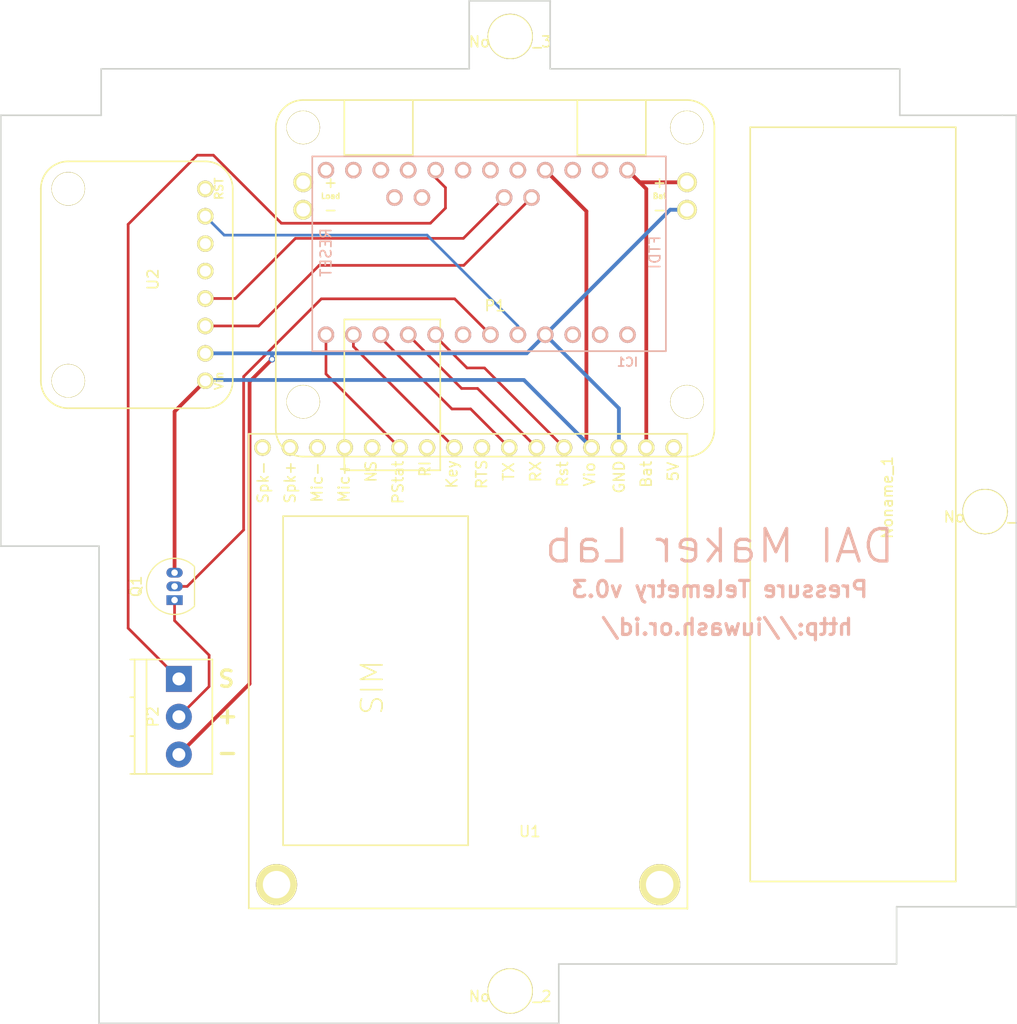
<source format=kicad_pcb>
(kicad_pcb (version 20171130) (host pcbnew "(5.1.12)-1")

  (general
    (thickness 1.6)
    (drawings 28)
    (tracks 74)
    (zones 0)
    (modules 10)
    (nets 43)
  )

  (page A4)
  (layers
    (0 F.Cu signal)
    (31 B.Cu signal)
    (32 B.Adhes user hide)
    (33 F.Adhes user hide)
    (34 B.Paste user hide)
    (35 F.Paste user hide)
    (36 B.SilkS user hide)
    (37 F.SilkS user hide)
    (38 B.Mask user hide)
    (39 F.Mask user hide)
    (40 Dwgs.User user hide)
    (41 Cmts.User user hide)
    (42 Eco1.User user hide)
    (43 Eco2.User user hide)
    (44 Edge.Cuts user)
    (45 Margin user hide)
    (46 B.CrtYd user hide)
    (47 F.CrtYd user hide)
    (48 B.Fab user hide)
    (49 F.Fab user hide)
  )

  (setup
    (last_trace_width 0.25)
    (trace_clearance 0.2)
    (zone_clearance 0.102)
    (zone_45_only no)
    (trace_min 0.2)
    (via_size 0.6)
    (via_drill 0.4)
    (via_min_size 0.4)
    (via_min_drill 0.3)
    (uvia_size 0.3)
    (uvia_drill 0.1)
    (uvias_allowed no)
    (uvia_min_size 0.2)
    (uvia_min_drill 0.1)
    (edge_width 0.15)
    (segment_width 0.2)
    (pcb_text_width 0.3)
    (pcb_text_size 1.5 1.5)
    (mod_edge_width 0.15)
    (mod_text_size 1 1)
    (mod_text_width 0.15)
    (pad_size 6.2 4.2)
    (pad_drill 6)
    (pad_to_mask_clearance 0.2)
    (aux_axis_origin 0 0)
    (visible_elements 7FFFFFFF)
    (pcbplotparams
      (layerselection 0x010f0_80000001)
      (usegerberextensions false)
      (usegerberattributes true)
      (usegerberadvancedattributes true)
      (creategerberjobfile true)
      (excludeedgelayer true)
      (linewidth 0.100000)
      (plotframeref false)
      (viasonmask false)
      (mode 1)
      (useauxorigin false)
      (hpglpennumber 1)
      (hpglpenspeed 20)
      (hpglpendiameter 15.000000)
      (psnegative false)
      (psa4output false)
      (plotreference true)
      (plotvalue true)
      (plotinvisibletext false)
      (padsonsilk false)
      (subtractmaskfromsilk false)
      (outputformat 1)
      (mirror false)
      (drillshape 0)
      (scaleselection 1)
      (outputdirectory ""))
  )

  (net 0 "")
  (net 1 "Net-(IC1-Pad28)")
  (net 2 "Net-(IC1-Pad27)")
  (net 3 "Net-(IC1-Pad1)")
  (net 4 "Net-(IC1-Pad2)")
  (net 5 "Net-(IC1-Pad3)")
  (net 6 GND)
  (net 7 "Net-(IC1-Pad5)")
  (net 8 BASE)
  (net 9 "Net-(IC1-Pad7)")
  (net 10 "Net-(IC1-Pad8)")
  (net 11 "Net-(IC1-Pad9)")
  (net 12 "Net-(IC1-Pad10)")
  (net 13 "Net-(IC1-Pad11)")
  (net 14 "Net-(IC1-Pad12)")
  (net 15 "Net-(IC1-Pad13)")
  (net 16 "Net-(IC1-Pad14)")
  (net 17 "Net-(IC1-Pad15)")
  (net 18 "Net-(IC1-Pad16)")
  (net 19 "Net-(IC1-Pad17)")
  (net 20 "Net-(IC1-Pad18)")
  (net 21 "Net-(IC1-Pad19)")
  (net 22 "Net-(IC1-Pad20)")
  (net 23 VCC)
  (net 24 "Net-(IC1-Pad22)")
  (net 25 "Net-(IC1-Pad23)")
  (net 26 RAW)
  (net 27 SDA)
  (net 28 SCL)
  (net 29 "Net-(P2-Pad2)")
  (net 30 "Net-(U1-Pad1)")
  (net 31 "Net-(U1-Pad8)")
  (net 32 "Net-(U1-Pad12)")
  (net 33 "Net-(U1-Pad13)")
  (net 34 "Net-(U1-Pad14)")
  (net 35 "Net-(U1-Pad15)")
  (net 36 "Net-(U1-Pad16)")
  (net 37 "Net-(U2-Pad8)")
  (net 38 "Net-(U2-Pad6)")
  (net 39 "Net-(U2-Pad5)")
  (net 40 "Net-(U1-Pad10)")
  (net 41 "Net-(P1-Pad2)")
  (net 42 "Net-(P1-Pad1)")

  (net_class Default "This is the default net class."
    (clearance 0.2)
    (trace_width 0.25)
    (via_dia 0.6)
    (via_drill 0.4)
    (uvia_dia 0.3)
    (uvia_drill 0.1)
    (add_net BASE)
    (add_net "Net-(IC1-Pad1)")
    (add_net "Net-(IC1-Pad10)")
    (add_net "Net-(IC1-Pad11)")
    (add_net "Net-(IC1-Pad12)")
    (add_net "Net-(IC1-Pad13)")
    (add_net "Net-(IC1-Pad14)")
    (add_net "Net-(IC1-Pad15)")
    (add_net "Net-(IC1-Pad16)")
    (add_net "Net-(IC1-Pad17)")
    (add_net "Net-(IC1-Pad18)")
    (add_net "Net-(IC1-Pad19)")
    (add_net "Net-(IC1-Pad2)")
    (add_net "Net-(IC1-Pad20)")
    (add_net "Net-(IC1-Pad22)")
    (add_net "Net-(IC1-Pad23)")
    (add_net "Net-(IC1-Pad27)")
    (add_net "Net-(IC1-Pad28)")
    (add_net "Net-(IC1-Pad3)")
    (add_net "Net-(IC1-Pad5)")
    (add_net "Net-(IC1-Pad7)")
    (add_net "Net-(IC1-Pad8)")
    (add_net "Net-(IC1-Pad9)")
    (add_net "Net-(P1-Pad1)")
    (add_net "Net-(P1-Pad2)")
    (add_net "Net-(P2-Pad2)")
    (add_net "Net-(U1-Pad1)")
    (add_net "Net-(U1-Pad10)")
    (add_net "Net-(U1-Pad12)")
    (add_net "Net-(U1-Pad13)")
    (add_net "Net-(U1-Pad14)")
    (add_net "Net-(U1-Pad15)")
    (add_net "Net-(U1-Pad16)")
    (add_net "Net-(U1-Pad8)")
    (add_net "Net-(U2-Pad5)")
    (add_net "Net-(U2-Pad6)")
    (add_net "Net-(U2-Pad8)")
    (add_net SCL)
    (add_net SDA)
  )

  (net_class POWER ""
    (clearance 0.25)
    (trace_width 0.35)
    (via_dia 0.6)
    (via_drill 0.4)
    (uvia_dia 0.3)
    (uvia_drill 0.1)
    (add_net GND)
    (add_net RAW)
    (add_net VCC)
  )

  (module DAI_Maker_Lab_footprints:Adafruit_LiPo_Solar (layer F.Cu) (tedit 59552CD8) (tstamp 595540C2)
    (at 123.3 80)
    (path /59552F28)
    (fp_text reference P1 (at 0 2.54) (layer F.SilkS)
      (effects (font (size 1 1) (thickness 0.15)))
    )
    (fp_text value LIPO_SOLAR (at 0 -1.27) (layer F.Fab)
      (effects (font (size 1 1) (thickness 0.15)))
    )
    (fp_line (start -17.78 -16.51) (end 17.78 -16.51) (layer F.SilkS) (width 0.15))
    (fp_line (start -17.78 16.51) (end 17.78 16.51) (layer F.SilkS) (width 0.15))
    (fp_line (start -7.62 -11.43) (end -7.62 -16.51) (layer F.SilkS) (width 0.15))
    (fp_line (start -13.97 -11.43) (end -7.62 -11.43) (layer F.SilkS) (width 0.15))
    (fp_line (start -13.97 -16.51) (end -13.97 -11.43) (layer F.SilkS) (width 0.15))
    (fp_line (start 7.62 -11.43) (end 7.62 -16.51) (layer F.SilkS) (width 0.15))
    (fp_line (start 13.97 -11.43) (end 7.62 -11.43) (layer F.SilkS) (width 0.15))
    (fp_line (start 13.97 -16.51) (end 13.97 -11.43) (layer F.SilkS) (width 0.15))
    (fp_line (start -5.08 3.81) (end -13.97 3.81) (layer F.SilkS) (width 0.15))
    (fp_line (start -5.08 17.78) (end -5.08 3.81) (layer F.SilkS) (width 0.15))
    (fp_line (start -13.97 17.78) (end -5.08 17.78) (layer F.SilkS) (width 0.15))
    (fp_line (start -13.97 17.78) (end -13.97 3.81) (layer F.SilkS) (width 0.15))
    (fp_line (start -20.32 13.97) (end -20.32 -13.97) (layer F.SilkS) (width 0.15))
    (fp_line (start 20.32 -13.97) (end 20.32 13.97) (layer F.SilkS) (width 0.15))
    (fp_text user - (at 15.24 -6.35) (layer F.SilkS)
      (effects (font (size 1 1) (thickness 0.15)))
    )
    (fp_text user + (at 15.24 -8.89) (layer F.SilkS)
      (effects (font (size 1 1) (thickness 0.15)))
    )
    (fp_text user Bat (at 15.24 -7.62) (layer F.SilkS)
      (effects (font (size 0.5 0.5) (thickness 0.125)))
    )
    (fp_text user + (at -15.24 -8.89) (layer F.SilkS)
      (effects (font (size 1 1) (thickness 0.15)))
    )
    (fp_text user - (at -15.24 -6.35) (layer F.SilkS)
      (effects (font (size 1 1) (thickness 0.15)))
    )
    (fp_text user Load (at -15.24 -7.62 180) (layer F.SilkS)
      (effects (font (size 0.5 0.5) (thickness 0.125)))
    )
    (fp_arc (start -17.78 13.97) (end -17.78 16.51) (angle 90) (layer F.SilkS) (width 0.15))
    (fp_arc (start 17.78 13.97) (end 20.32 13.97) (angle 90) (layer F.SilkS) (width 0.15))
    (fp_arc (start 17.78 -13.97) (end 17.78 -16.51) (angle 90) (layer F.SilkS) (width 0.15))
    (fp_arc (start -17.78 -13.97) (end -20.32 -13.97) (angle 90) (layer F.SilkS) (width 0.15))
    (pad 2 thru_hole circle (at -17.78 -6.35) (size 1.82 1.82) (drill 1.27) (layers *.Cu *.Mask F.SilkS)
      (net 41 "Net-(P1-Pad2)"))
    (pad "" thru_hole circle (at 17.78 11.43) (size 3.1 3.1) (drill 3) (layers *.Cu *.Mask F.SilkS))
    (pad "" thru_hole circle (at -17.78 11.43) (size 3.1 3.1) (drill 3) (layers *.Cu *.Mask F.SilkS))
    (pad "" thru_hole circle (at 17.78 -13.97) (size 3.1 3.1) (drill 3) (layers *.Cu *.Mask F.SilkS))
    (pad "" thru_hole circle (at -17.78 -13.97) (size 3.1 3.1) (drill 3) (layers *.Cu *.Mask F.SilkS))
    (pad 1 thru_hole circle (at -17.78 -8.89) (size 1.82 1.82) (drill 1.27) (layers *.Cu *.Mask F.SilkS)
      (net 42 "Net-(P1-Pad1)"))
    (pad 4 thru_hole circle (at 17.78 -6.35) (size 1.82 1.82) (drill 1.27) (layers *.Cu *.Mask F.SilkS)
      (net 6 GND))
    (pad 3 thru_hole circle (at 17.78 -8.89) (size 1.82 1.82) (drill 1.27) (layers *.Cu *.Mask F.SilkS)
      (net 26 RAW))
  )

  (module DAI_Maker_Lab_footprints:Adafruit_DS3231 (layer F.Cu) (tedit 58EE6B59) (tstamp 0)
    (at 90.1 80.6 90)
    (path /58C053A0)
    (fp_text reference U2 (at 0.5 1.5 90) (layer F.SilkS)
      (effects (font (size 1 1) (thickness 0.15)))
    )
    (fp_text value Adafruit_DS3231 (at 0.5 -1.5 90) (layer F.Fab)
      (effects (font (size 1 1) (thickness 0.15)))
    )
    (fp_line (start 8.89 -8.89) (end -8.89 -8.89) (layer F.SilkS) (width 0.15))
    (fp_line (start -11.43 -6.35) (end -11.43 6.35) (layer F.SilkS) (width 0.15))
    (fp_line (start -8.89 8.89) (end 8.89 8.89) (layer F.SilkS) (width 0.15))
    (fp_line (start 11.43 6.35) (end 11.43 -6.35) (layer F.SilkS) (width 0.15))
    (fp_text user RST (at 8.89 7.62 90) (layer F.SilkS)
      (effects (font (size 0.75 0.75) (thickness 0.15)))
    )
    (fp_text user Vin (at -8.89 7.62 90) (layer F.SilkS)
      (effects (font (size 0.75 0.75) (thickness 0.15)))
    )
    (fp_arc (start 8.89 6.35) (end 11.43 6.35) (angle 90) (layer F.SilkS) (width 0.15))
    (fp_arc (start -8.89 6.35) (end -8.89 8.89) (angle 90) (layer F.SilkS) (width 0.15))
    (fp_arc (start 8.89 -6.35) (end 8.89 -8.89) (angle 90) (layer F.SilkS) (width 0.15))
    (fp_arc (start -8.89 -6.35) (end -11.43 -6.35) (angle 90) (layer F.SilkS) (width 0.15))
    (pad "" thru_hole circle (at 8.89 -6.35 90) (size 3.1 3.1) (drill 3) (layers *.Cu *.Mask F.SilkS))
    (pad 8 thru_hole circle (at 8.89 6.35 90) (size 1.524 1.524) (drill 1.016) (layers *.Cu *.Mask F.SilkS)
      (net 37 "Net-(U2-Pad8)"))
    (pad 7 thru_hole circle (at 6.35 6.35 90) (size 1.524 1.524) (drill 1.016) (layers *.Cu *.Mask F.SilkS)
      (net 7 "Net-(IC1-Pad5)"))
    (pad 6 thru_hole circle (at 3.81 6.35 90) (size 1.524 1.524) (drill 1.016) (layers *.Cu *.Mask F.SilkS)
      (net 38 "Net-(U2-Pad6)"))
    (pad 5 thru_hole circle (at 1.27 6.35 90) (size 1.524 1.524) (drill 1.016) (layers *.Cu *.Mask F.SilkS)
      (net 39 "Net-(U2-Pad5)"))
    (pad 4 thru_hole circle (at -1.27 6.35 90) (size 1.524 1.524) (drill 1.016) (layers *.Cu *.Mask F.SilkS)
      (net 27 SDA))
    (pad 3 thru_hole circle (at -3.81 6.35 90) (size 1.524 1.524) (drill 1.016) (layers *.Cu *.Mask F.SilkS)
      (net 28 SCL))
    (pad 2 thru_hole circle (at -6.35 6.35 90) (size 1.524 1.524) (drill 1.016) (layers *.Cu *.Mask F.SilkS)
      (net 6 GND))
    (pad 1 thru_hole circle (at -8.89 6.35 90) (size 1.524 1.524) (drill 1.016) (layers *.Cu *.Mask F.SilkS)
      (net 23 VCC))
    (pad "" thru_hole circle (at -8.89 -6.35 90) (size 3.1 3.1) (drill 3) (layers *.Cu *.Mask F.SilkS))
  )

  (module Terminal_Blocks:TerminalBlock_Pheonix_PT-3.5mm_3pol (layer F.Cu) (tedit 58C2CFDA) (tstamp 58C09361)
    (at 94 117.1 270)
    (descr "3-way 3.5mm pitch terminal block, Phoenix PT series")
    (path /58C04F0E)
    (fp_text reference P2 (at 3.5 2.4 90) (layer F.SilkS)
      (effects (font (size 1 1) (thickness 0.15)))
    )
    (fp_text value CONN_01X03 (at 3.5 6 270) (layer F.Fab)
      (effects (font (size 1 1) (thickness 0.15)))
    )
    (fp_line (start 8.8 -3.1) (end -1.8 -3.1) (layer F.SilkS) (width 0.15))
    (fp_line (start 8.8 4.5) (end 8.8 -3.1) (layer F.SilkS) (width 0.15))
    (fp_line (start -1.8 -3.1) (end -1.8 4.5) (layer F.SilkS) (width 0.15))
    (fp_line (start -1.8 4.1) (end 8.8 4.1) (layer F.SilkS) (width 0.15))
    (fp_line (start -1.8 3) (end 8.8 3) (layer F.SilkS) (width 0.15))
    (fp_line (start 5.3 4.1) (end 5.3 4.5) (layer F.SilkS) (width 0.15))
    (fp_line (start 1.7 4.1) (end 1.7 4.5) (layer F.SilkS) (width 0.15))
    (fp_line (start 9 -3.3) (end 9 4.7) (layer F.CrtYd) (width 0.05))
    (fp_line (start 9 4.7) (end -2 4.7) (layer F.CrtYd) (width 0.05))
    (fp_line (start -2 4.7) (end -2 -3.3) (layer F.CrtYd) (width 0.05))
    (fp_line (start -2 -3.3) (end 9 -3.3) (layer F.CrtYd) (width 0.05))
    (pad 2 thru_hole circle (at 3.5 0 270) (size 2.4 2.4) (drill 1.2) (layers *.Cu *.Mask)
      (net 29 "Net-(P2-Pad2)"))
    (pad 3 thru_hole circle (at 7 0 270) (size 2.4 2.4) (drill 1.2) (layers *.Cu *.Mask)
      (net 6 GND))
    (pad 1 thru_hole rect (at 0 0 270) (size 2.4 2.4) (drill 1.2) (layers *.Cu *.Mask)
      (net 19 "Net-(IC1-Pad17)"))
    (model Terminal_Blocks.3dshapes/TerminalBlock_Pheonix_PT-3.5mm_3pol.wrl
      (at (xyz 0 0 0))
      (scale (xyz 1 1 1))
      (rotate (xyz 0 0 0))
    )
  )

  (module TO_SOT_Packages_THT:TO-92_Inline_Narrow_Oval (layer F.Cu) (tedit 58610929) (tstamp 58C09368)
    (at 93.6 109.8 90)
    (descr "TO-92 leads in-line, narrow, oval pads, drill 0.6mm (see NXP sot054_po.pdf)")
    (tags "to-92 sc-43 sc-43a sot54 PA33 transistor")
    (path /58C050A2)
    (fp_text reference Q1 (at 1.27 -3.56 90) (layer F.SilkS)
      (effects (font (size 1 1) (thickness 0.15)))
    )
    (fp_text value PN2222A (at 1.27 2.79 90) (layer F.Fab)
      (effects (font (size 1 1) (thickness 0.15)))
    )
    (fp_line (start 4 2.01) (end -1.46 2.01) (layer F.CrtYd) (width 0.05))
    (fp_line (start 4 2.01) (end 4 -2.73) (layer F.CrtYd) (width 0.05))
    (fp_line (start -1.46 -2.73) (end -1.46 2.01) (layer F.CrtYd) (width 0.05))
    (fp_line (start -1.46 -2.73) (end 4 -2.73) (layer F.CrtYd) (width 0.05))
    (fp_line (start -0.5 1.75) (end 3 1.75) (layer F.Fab) (width 0.1))
    (fp_line (start -0.53 1.85) (end 3.07 1.85) (layer F.SilkS) (width 0.12))
    (fp_text user %R (at 1.27 -3.56 90) (layer F.Fab)
      (effects (font (size 1 1) (thickness 0.15)))
    )
    (fp_arc (start 1.27 0) (end 1.27 -2.48) (angle 135) (layer F.Fab) (width 0.1))
    (fp_arc (start 1.27 0) (end 1.27 -2.6) (angle -135) (layer F.SilkS) (width 0.12))
    (fp_arc (start 1.27 0) (end 1.27 -2.48) (angle -135) (layer F.Fab) (width 0.1))
    (fp_arc (start 1.27 0) (end 1.27 -2.6) (angle 135) (layer F.SilkS) (width 0.12))
    (pad 2 thru_hole oval (at 1.27 0 270) (size 0.9 1.5) (drill 0.6) (layers *.Cu *.Mask)
      (net 8 BASE))
    (pad 3 thru_hole oval (at 2.54 0 270) (size 0.9 1.5) (drill 0.6) (layers *.Cu *.Mask)
      (net 23 VCC))
    (pad 1 thru_hole rect (at 0 0 270) (size 0.9 1.5) (drill 0.6) (layers *.Cu *.Mask)
      (net 29 "Net-(P2-Pad2)"))
    (model TO_SOT_Packages_THT.3dshapes/TO-92_Inline_Narrow_Oval.wrl
      (offset (xyz 1.269999980926514 0 0))
      (scale (xyz 1 1 1))
      (rotate (xyz 0 0 -90))
    )
  )

  (module DAI_Maker_Lab_footprints:FONA_808 (layer F.Cu) (tedit 57680CB0) (tstamp 58C09398)
    (at 120.8 117.9 180)
    (path /58C049A8)
    (fp_text reference U1 (at -5.715 -13.335 180) (layer F.SilkS)
      (effects (font (size 1 1) (thickness 0.15)))
    )
    (fp_text value FONA_808 (at -0.635 -17.78 180) (layer F.Fab)
      (effects (font (size 2 2) (thickness 0.15)))
    )
    (fp_line (start -20.32 23.495) (end -20.32 -20.4) (layer F.SilkS) (width 0.15))
    (fp_line (start 20.32 23.495) (end -20.32 23.495) (layer F.SilkS) (width 0.15))
    (fp_line (start 20.32 -20.4) (end 20.32 23.495) (layer F.SilkS) (width 0.15))
    (fp_line (start -20.32 -20.455) (end 20.32 -20.455) (layer F.SilkS) (width 0.15))
    (fp_line (start 0 -14.605) (end 17.145 -14.605) (layer F.SilkS) (width 0.15))
    (fp_line (start 0 15.875) (end 0 -14.605) (layer F.SilkS) (width 0.15))
    (fp_line (start 17.145 15.875) (end 0 15.875) (layer F.SilkS) (width 0.15))
    (fp_line (start 17.145 -14.605) (end 17.145 15.875) (layer F.SilkS) (width 0.15))
    (fp_line (start -20.32 -20.3) (end -20.32 -20.5) (layer F.SilkS) (width 0.15))
    (fp_text user SIM (at 8.89 0 270) (layer F.SilkS)
      (effects (font (size 2 2) (thickness 0.15)))
    )
    (fp_text user Spk- (at 19 19 270) (layer F.SilkS)
      (effects (font (size 1 1) (thickness 0.15)))
    )
    (fp_text user Spk+ (at 16.5 19 270) (layer F.SilkS)
      (effects (font (size 1 1) (thickness 0.15)))
    )
    (fp_text user Mic- (at 14 19 270) (layer F.SilkS)
      (effects (font (size 1 1) (thickness 0.15)))
    )
    (fp_text user Mic+ (at 11.5 19 270) (layer F.SilkS)
      (effects (font (size 1 1) (thickness 0.15)))
    )
    (fp_text user NS (at 9 20 270) (layer F.SilkS)
      (effects (font (size 1 1) (thickness 0.15)))
    )
    (fp_text user PStat (at 6.5 19 270) (layer F.SilkS)
      (effects (font (size 1 1) (thickness 0.15)))
    )
    (fp_text user RI (at 4 20.25 270) (layer F.SilkS)
      (effects (font (size 1 1) (thickness 0.15)))
    )
    (fp_text user Key (at 1.5 19.75 270) (layer F.SilkS)
      (effects (font (size 1 1) (thickness 0.15)))
    )
    (fp_text user RTS (at -1.25 19.75 270) (layer F.SilkS)
      (effects (font (size 1 1) (thickness 0.15)))
    )
    (fp_text user TX (at -3.75 20 270) (layer F.SilkS)
      (effects (font (size 1 1) (thickness 0.15)))
    )
    (fp_text user RX (at -6.25 20 270) (layer F.SilkS)
      (effects (font (size 1 1) (thickness 0.15)))
    )
    (fp_text user Rst (at -8.75 19.75 270) (layer F.SilkS)
      (effects (font (size 1 1) (thickness 0.15)))
    )
    (fp_text user Vio (at -11.25 19.75 270) (layer F.SilkS)
      (effects (font (size 1 1) (thickness 0.15)))
    )
    (fp_text user GND (at -14 19.5 270) (layer F.SilkS)
      (effects (font (size 1 1) (thickness 0.15)))
    )
    (fp_text user Bat (at -16.5 19.75 270) (layer F.SilkS)
      (effects (font (size 1 1) (thickness 0.15)))
    )
    (fp_text user 5V (at -19 20 270) (layer F.SilkS)
      (effects (font (size 1 1) (thickness 0.15)))
    )
    (pad 18 thru_hole circle (at 17.75 -18.25 180) (size 3.81 3.81) (drill 2.54) (layers *.Cu *.Mask F.SilkS))
    (pad 1 thru_hole circle (at -19.05 22.225 180) (size 1.524 1.524) (drill 1.016) (layers *.Cu *.Mask F.SilkS)
      (net 30 "Net-(U1-Pad1)"))
    (pad 2 thru_hole circle (at -16.51 22.225 180) (size 1.524 1.524) (drill 1.016) (layers *.Cu *.Mask F.SilkS)
      (net 26 RAW))
    (pad 3 thru_hole circle (at -13.97 22.225 180) (size 1.524 1.524) (drill 1.016) (layers *.Cu *.Mask F.SilkS)
      (net 6 GND))
    (pad 4 thru_hole circle (at -11.43 22.225 180) (size 1.524 1.524) (drill 1.016) (layers *.Cu *.Mask F.SilkS)
      (net 23 VCC))
    (pad 5 thru_hole circle (at -8.89 22.225 180) (size 1.524 1.524) (drill 1.016) (layers *.Cu *.Mask F.SilkS)
      (net 10 "Net-(IC1-Pad8)"))
    (pad 6 thru_hole circle (at -6.35 22.225 180) (size 1.524 1.524) (drill 1.016) (layers *.Cu *.Mask F.SilkS)
      (net 11 "Net-(IC1-Pad9)"))
    (pad 7 thru_hole circle (at -3.81 22.225 180) (size 1.524 1.524) (drill 1.016) (layers *.Cu *.Mask F.SilkS)
      (net 12 "Net-(IC1-Pad10)"))
    (pad 8 thru_hole circle (at -1.27 22.225 180) (size 1.524 1.524) (drill 1.016) (layers *.Cu *.Mask F.SilkS)
      (net 31 "Net-(U1-Pad8)"))
    (pad 9 thru_hole circle (at 1.27 22.225 180) (size 1.524 1.524) (drill 1.016) (layers *.Cu *.Mask F.SilkS)
      (net 13 "Net-(IC1-Pad11)"))
    (pad 10 thru_hole circle (at 3.81 22.225 180) (size 1.524 1.524) (drill 1.016) (layers *.Cu *.Mask F.SilkS)
      (net 40 "Net-(U1-Pad10)"))
    (pad 11 thru_hole circle (at 6.35 22.225 180) (size 1.524 1.524) (drill 1.016) (layers *.Cu *.Mask F.SilkS)
      (net 14 "Net-(IC1-Pad12)"))
    (pad 12 thru_hole circle (at 8.89 22.225 180) (size 1.524 1.524) (drill 1.016) (layers *.Cu *.Mask F.SilkS)
      (net 32 "Net-(U1-Pad12)"))
    (pad 13 thru_hole circle (at 11.43 22.225 180) (size 1.524 1.524) (drill 1.016) (layers *.Cu *.Mask F.SilkS)
      (net 33 "Net-(U1-Pad13)"))
    (pad 14 thru_hole circle (at 13.97 22.225 180) (size 1.524 1.524) (drill 1.016) (layers *.Cu *.Mask F.SilkS)
      (net 34 "Net-(U1-Pad14)"))
    (pad 15 thru_hole circle (at 16.51 22.225 180) (size 1.524 1.524) (drill 1.016) (layers *.Cu *.Mask F.SilkS)
      (net 35 "Net-(U1-Pad15)"))
    (pad 16 thru_hole circle (at 19.05 22.225 180) (size 1.524 1.524) (drill 1.016) (layers *.Cu *.Mask F.SilkS)
      (net 36 "Net-(U1-Pad16)"))
    (pad 17 thru_hole circle (at -17.75 -18.25 180) (size 3.81 3.81) (drill 2.54) (layers *.Cu *.Mask F.SilkS))
  )

  (module DAI_Maker_Lab_footprints:M4_Mounting_Hole (layer F.Cu) (tedit 58C1741F) (tstamp 58C17DF0)
    (at 168.7 101.6)
    (fp_text reference Noname_4 (at 0 0.5) (layer F.SilkS)
      (effects (font (size 1 1) (thickness 0.15)))
    )
    (fp_text value M4 (at 0 -2.8) (layer F.Fab)
      (effects (font (size 1 1) (thickness 0.15)))
    )
    (pad "" thru_hole circle (at 0 0) (size 4.2 4.2) (drill 4) (layers *.Cu *.Mask F.SilkS))
  )

  (module DAI_Maker_Lab_footprints:M4_Mounting_Hole (layer F.Cu) (tedit 58C2D1C8) (tstamp 58C17E03)
    (at 124.7 57.6)
    (fp_text reference Noname_3 (at 0 0.5) (layer F.SilkS)
      (effects (font (size 1 1) (thickness 0.15)))
    )
    (fp_text value M4 (at 0 3.1) (layer F.Fab)
      (effects (font (size 1 1) (thickness 0.15)))
    )
    (pad "" thru_hole circle (at 0 0) (size 4.2 4.2) (drill 4) (layers *.Cu *.Mask F.SilkS))
  )

  (module DAI_Maker_Lab_footprints:M4_Mounting_Hole (layer F.Cu) (tedit 58C1741F) (tstamp 58C17E0C)
    (at 124.7 146)
    (fp_text reference Noname_2 (at 0 0.5) (layer F.SilkS)
      (effects (font (size 1 1) (thickness 0.15)))
    )
    (fp_text value M4 (at 0 -2.8) (layer F.Fab)
      (effects (font (size 1 1) (thickness 0.15)))
    )
    (pad "" thru_hole circle (at 0 0) (size 4.2 4.2) (drill 4) (layers *.Cu *.Mask F.SilkS))
  )

  (module DAI_Maker_Lab_footprints:LiPo_Cylindrical (layer F.Cu) (tedit 58CACF2B) (tstamp 58C18C52)
    (at 157.1 100.3 90)
    (fp_text reference Noname_1 (at 0 2.54 90) (layer F.SilkS)
      (effects (font (size 1 1) (thickness 0.15)))
    )
    (fp_text value LiPo_Cylindrical (at 0 -2.54 90) (layer F.Fab)
      (effects (font (size 1 1) (thickness 0.15)))
    )
    (fp_line (start -35.56 8.89) (end -35.56 -10.16) (layer F.SilkS) (width 0.15))
    (fp_line (start 34.29 8.89) (end -35.56 8.89) (layer F.SilkS) (width 0.15))
    (fp_line (start 34.29 -10.16) (end 34.29 8.89) (layer F.SilkS) (width 0.15))
    (fp_line (start -35.56 -10.16) (end 34.29 -10.16) (layer F.SilkS) (width 0.15))
  )

  (module DAI_Maker_Lab_footprints:Arduino_Pro_Mini (layer B.Cu) (tedit 596642EE) (tstamp 596E744D)
    (at 121.6 77.6 180)
    (descr "IC, ARDUINO_PRO_MINI x 0,6\"")
    (tags "DIL ARDUINO PRO MINI")
    (path /58C05D7C)
    (fp_text reference IC1 (at -13.97 -10.16 180) (layer B.SilkS)
      (effects (font (size 0.8 0.8) (thickness 0.16)) (justify mirror))
    )
    (fp_text value ArduinoProMini (at 0 0 180) (layer B.Fab) hide
      (effects (font (size 0.8 0.8) (thickness 0.16)) (justify mirror))
    )
    (fp_line (start -17.526 8.89) (end 15.24 8.89) (layer B.SilkS) (width 0.15))
    (fp_line (start 15.24 -9.144) (end -17.526 -9.144) (layer B.SilkS) (width 0.15))
    (fp_line (start -17.526 8.89) (end -17.526 -9.144) (layer B.SilkS) (width 0.15))
    (fp_line (start 15.24 -9.144) (end 15.24 8.89) (layer B.SilkS) (width 0.15))
    (fp_text user RESET (at 13.97 0 90) (layer B.SilkS)
      (effects (font (size 1 1) (thickness 0.15)) (justify mirror))
    )
    (fp_text user FTDI (at -16.51 0 90) (layer B.SilkS)
      (effects (font (size 1 1) (thickness 0.15)) (justify mirror))
    )
    (pad 28 thru_hole circle (at 5.08 5.08 180) (size 1.524 1.524) (drill 1.016) (layers *.Cu *.Mask B.SilkS)
      (net 1 "Net-(IC1-Pad28)"))
    (pad 27 thru_hole circle (at 7.62 5.08 180) (size 1.524 1.524) (drill 1.016) (layers *.Cu *.Mask B.SilkS)
      (net 2 "Net-(IC1-Pad27)"))
    (pad 1 thru_hole circle (at -13.97 -7.62 180) (size 1.524 1.524) (drill 1.016) (layers *.Cu *.Mask B.SilkS)
      (net 3 "Net-(IC1-Pad1)"))
    (pad 2 thru_hole circle (at -11.43 -7.62 180) (size 1.524 1.524) (drill 1.016) (layers *.Cu *.Mask B.SilkS)
      (net 4 "Net-(IC1-Pad2)"))
    (pad 3 thru_hole circle (at -8.89 -7.62 180) (size 1.524 1.524) (drill 1.016) (layers *.Cu *.Mask B.SilkS)
      (net 5 "Net-(IC1-Pad3)"))
    (pad 4 thru_hole circle (at -6.35 -7.62 180) (size 1.524 1.524) (drill 1.016) (layers *.Cu *.Mask B.SilkS)
      (net 6 GND))
    (pad 5 thru_hole circle (at -3.81 -7.62 180) (size 1.524 1.524) (drill 1.016) (layers *.Cu *.Mask B.SilkS)
      (net 7 "Net-(IC1-Pad5)"))
    (pad 6 thru_hole circle (at -1.27 -7.62 180) (size 1.524 1.524) (drill 1.016) (layers *.Cu *.Mask B.SilkS)
      (net 8 BASE))
    (pad 7 thru_hole circle (at 1.27 -7.62 180) (size 1.524 1.524) (drill 1.016) (layers *.Cu *.Mask B.SilkS)
      (net 9 "Net-(IC1-Pad7)"))
    (pad 8 thru_hole circle (at 3.81 -7.62 180) (size 1.524 1.524) (drill 1.016) (layers *.Cu *.Mask B.SilkS)
      (net 10 "Net-(IC1-Pad8)"))
    (pad 9 thru_hole circle (at 6.35 -7.62 180) (size 1.524 1.524) (drill 1.016) (layers *.Cu *.Mask B.SilkS)
      (net 11 "Net-(IC1-Pad9)"))
    (pad 10 thru_hole circle (at 8.89 -7.62 180) (size 1.524 1.524) (drill 1.016) (layers *.Cu *.Mask B.SilkS)
      (net 12 "Net-(IC1-Pad10)"))
    (pad 11 thru_hole circle (at 11.43 -7.62 180) (size 1.524 1.524) (drill 1.016) (layers *.Cu *.Mask B.SilkS)
      (net 13 "Net-(IC1-Pad11)"))
    (pad 12 thru_hole circle (at 13.97 -7.62 180) (size 1.524 1.524) (drill 1.016) (layers *.Cu *.Mask B.SilkS)
      (net 14 "Net-(IC1-Pad12)"))
    (pad 13 thru_hole circle (at 13.97 7.62 180) (size 1.524 1.524) (drill 1.016) (layers *.Cu *.Mask B.SilkS)
      (net 15 "Net-(IC1-Pad13)"))
    (pad 14 thru_hole circle (at 11.43 7.62 180) (size 1.524 1.524) (drill 1.016) (layers *.Cu *.Mask B.SilkS)
      (net 16 "Net-(IC1-Pad14)"))
    (pad 15 thru_hole circle (at 8.89 7.62 180) (size 1.524 1.524) (drill 1.016) (layers *.Cu *.Mask B.SilkS)
      (net 17 "Net-(IC1-Pad15)"))
    (pad 16 thru_hole circle (at 6.35 7.62 180) (size 1.524 1.524) (drill 1.016) (layers *.Cu *.Mask B.SilkS)
      (net 18 "Net-(IC1-Pad16)"))
    (pad 17 thru_hole circle (at 3.81 7.62 180) (size 1.524 1.524) (drill 1.016) (layers *.Cu *.Mask B.SilkS)
      (net 19 "Net-(IC1-Pad17)"))
    (pad 18 thru_hole circle (at 1.27 7.62 180) (size 1.524 1.524) (drill 1.016) (layers *.Cu *.Mask B.SilkS)
      (net 20 "Net-(IC1-Pad18)"))
    (pad 19 thru_hole circle (at -1.27 7.62 180) (size 1.524 1.524) (drill 1.016) (layers *.Cu *.Mask B.SilkS)
      (net 21 "Net-(IC1-Pad19)"))
    (pad 20 thru_hole circle (at -3.81 7.62 180) (size 1.524 1.524) (drill 1.016) (layers *.Cu *.Mask B.SilkS)
      (net 22 "Net-(IC1-Pad20)"))
    (pad 21 thru_hole circle (at -6.35 7.62 180) (size 1.524 1.524) (drill 1.016) (layers *.Cu *.Mask B.SilkS)
      (net 23 VCC))
    (pad 22 thru_hole circle (at -8.89 7.62 180) (size 1.524 1.524) (drill 1.016) (layers *.Cu *.Mask B.SilkS)
      (net 24 "Net-(IC1-Pad22)"))
    (pad 23 thru_hole circle (at -11.43 7.62 180) (size 1.524 1.524) (drill 1.016) (layers *.Cu *.Mask B.SilkS)
      (net 25 "Net-(IC1-Pad23)"))
    (pad 24 thru_hole circle (at -13.97 7.62 180) (size 1.524 1.524) (drill 1.016) (layers *.Cu *.Mask B.SilkS)
      (net 26 RAW))
    (pad 25 thru_hole circle (at -2.54 5.08 180) (size 1.524 1.524) (drill 1.016) (layers *.Cu *.Mask B.SilkS)
      (net 27 SDA))
    (pad 26 thru_hole circle (at -5.08 5.08 180) (size 1.524 1.524) (drill 1.016) (layers *.Cu *.Mask B.SilkS)
      (net 28 SCL))
    (model Socket_Strips.3dshapes/Socket_Strip_Straight_1x02.wrl
      (offset (xyz -3.809999942779541 5.079999923706055 0))
      (scale (xyz 1 1 1))
      (rotate (xyz 0 0 0))
    )
    (model Socket_Strips.3dshapes/Socket_Strip_Straight_1x03.wrl
      (offset (xyz 13.96999979019165 2.539999961853027 0))
      (scale (xyz 1 1 1))
      (rotate (xyz 0 0 90))
    )
    (model Socket_Strips.3dshapes/Socket_Strip_Straight_1x12.wrl
      (offset (xyz 0 7.619999885559082 0))
      (scale (xyz 1 1 1))
      (rotate (xyz 0 0 0))
    )
    (model Socket_Strips.3dshapes/Socket_Strip_Straight_1x12.wrl
      (offset (xyz 0 -7.619999885559082 0))
      (scale (xyz 1 1 1))
      (rotate (xyz 0 0 0))
    )
    (model Socket_Strips.3dshapes/Socket_Strip_Straight_1x02.wrl
      (offset (xyz 6.349999904632568 5.079999923706055 0))
      (scale (xyz 1 1 1))
      (rotate (xyz 0 0 0))
    )
    (model ${MYSLOCAL}/mysensors.3dshapes/mysensors_arduino.3dshapes/arduino_pro_mini.wrl
      (offset (xyz -1.269999980926514 0 12.19199981689453))
      (scale (xyz 0.395 0.395 0.395))
      (rotate (xyz 0 0 180))
    )
    (model SMD_Packages.3dshapes/TQFP-32.wrl
      (offset (xyz 1.269999980926514 0 13.01749980449676))
      (scale (xyz 1 1 1))
      (rotate (xyz 0 0 315))
    )
    (model Pin_Headers.3dshapes/Pin_Header_Straight_1x12.wrl
      (offset (xyz 0 -7.619999885559082 11.30299983024597))
      (scale (xyz 1 1 1))
      (rotate (xyz 0 180 0))
    )
    (model Pin_Headers.3dshapes/Pin_Header_Straight_1x12.wrl
      (offset (xyz 0 7.619999885559082 11.30299983024597))
      (scale (xyz 1 1 1))
      (rotate (xyz 0 180 0))
    )
    (model Pin_Headers.3dshapes/Pin_Header_Straight_1x03.wrl
      (offset (xyz 13.96999979019165 2.539999961853027 11.30299983024597))
      (scale (xyz 1 1 1))
      (rotate (xyz 0 180 90))
    )
    (model Pin_Headers.3dshapes/Pin_Header_Straight_1x02.wrl
      (offset (xyz 6.349999904632568 5.079999923706055 11.30299983024597))
      (scale (xyz 1 1 1))
      (rotate (xyz 0 180 0))
    )
    (model Pin_Headers.3dshapes/Pin_Header_Straight_1x02.wrl
      (offset (xyz -3.809999942779541 5.079999923706055 11.30299983024597))
      (scale (xyz 1 1 1))
      (rotate (xyz 0 180 0))
    )
    (model ${MYSLOCAL}/mysensors.3dshapes/w.lain.3dshapes/smd_leds/led_0603.wrl
      (offset (xyz -7.619999885559082 0 13.01749980449676))
      (scale (xyz 1 1 1))
      (rotate (xyz 0 0 0))
    )
    (model ${MYSLOCAL}/mysensors.3dshapes/w.lain.3dshapes/smd_leds/led_0603.wrl
      (offset (xyz 13.96999979019165 -4.444999933242798 13.01749980449676))
      (scale (xyz 1 1 1))
      (rotate (xyz 0 0 0))
    )
    (model Pin_Headers.3dshapes/Pin_Header_Angled_1x06.wrl
      (offset (xyz -16.50999975204468 0 13.01749980449676))
      (scale (xyz 1 1 1))
      (rotate (xyz 0 0 270))
    )
    (model Resistors_SMD.3dshapes/R_0603.wrl
      (offset (xyz -7.619999885559082 -1.269999980926514 13.01749980449676))
      (scale (xyz 1 1 1))
      (rotate (xyz 0 0 0))
    )
    (model Resistors_SMD.3dshapes/R_0603.wrl
      (offset (xyz 13.96999979019165 -3.174999952316284 13.01749980449676))
      (scale (xyz 1 1 1))
      (rotate (xyz 0 0 0))
    )
    (model Capacitors_SMD.3dshapes/C_0603.wrl
      (offset (xyz -7.619999885559082 1.269999980926514 13.01749980449676))
      (scale (xyz 1 1 1))
      (rotate (xyz 0 0 0))
    )
    (model Capacitors_Tantalum_SMD.3dshapes/TantalC_SizeS_EIA-3216.wrl
      (offset (xyz -8.889999866485596 3.809999942779541 13.01749980449676))
      (scale (xyz 1 1 1))
      (rotate (xyz 0 0 0))
    )
    (model Capacitors_Tantalum_SMD.3dshapes/TantalC_SizeS_EIA-3216.wrl
      (offset (xyz -8.889999866485596 -3.809999942779541 13.01749980449676))
      (scale (xyz 1 1 1))
      (rotate (xyz 0 0 0))
    )
    (model TO_SOT_Packages_SMD.3dshapes/SOT-23-5.wrl
      (offset (xyz -10.15999984741211 0 13.01749980449676))
      (scale (xyz 1 1 1))
      (rotate (xyz 0 0 90))
    )
    (model Capacitors_SMD.3dshapes/C_1210.wrl
      (offset (xyz -12.69999980926514 0 13.01749980449676))
      (scale (xyz 1 1 1))
      (rotate (xyz 0 0 90))
    )
  )

  (gr_line (start 129.2 143.5) (end 160.5 143.5) (angle 90) (layer Edge.Cuts) (width 0.15))
  (gr_line (start 129.2 149) (end 129.2 143.5) (angle 90) (layer Edge.Cuts) (width 0.15))
  (gr_line (start 128.4 54.3) (end 128.4 54.4) (angle 90) (layer Edge.Cuts) (width 0.15))
  (gr_line (start 121 54.3) (end 128.4 54.3) (angle 90) (layer Edge.Cuts) (width 0.15))
  (gr_line (start 128.4 60.6) (end 160.8 60.6) (angle 90) (layer Edge.Cuts) (width 0.15))
  (gr_line (start 128.4 54.4) (end 128.4 60.6) (angle 90) (layer Edge.Cuts) (width 0.15))
  (gr_line (start 120.9 54.3) (end 121 54.3) (angle 90) (layer Edge.Cuts) (width 0.15))
  (gr_line (start 120.9 60.6) (end 120.9 54.3) (angle 90) (layer Edge.Cuts) (width 0.15))
  (gr_line (start 86.8 60.6) (end 120.9 60.6) (angle 90) (layer Edge.Cuts) (width 0.15))
  (gr_line (start 77.5 104.8) (end 77.5 64.9) (angle 90) (layer Edge.Cuts) (width 0.15))
  (gr_line (start 86.6 138.2) (end 86.6 104.8) (angle 90) (layer Edge.Cuts) (width 0.15))
  (gr_line (start 77.5 104.8) (end 86.6 104.8) (angle 90) (layer Edge.Cuts) (width 0.15))
  (gr_line (start 86.8 64.9) (end 86.8 60.6) (angle 90) (layer Edge.Cuts) (width 0.15))
  (gr_line (start 77.5 64.9) (end 86.8 64.9) (angle 90) (layer Edge.Cuts) (width 0.15))
  (gr_line (start 160.8 60.6) (end 160.8 64.9) (angle 90) (layer Edge.Cuts) (width 0.15))
  (gr_line (start 160.8 64.9) (end 170.3 64.9) (angle 90) (layer Edge.Cuts) (width 0.15))
  (gr_line (start 170.3 64.9) (end 171.6 64.9) (angle 90) (layer Edge.Cuts) (width 0.15))
  (gr_line (start 171.6 64.9) (end 171.6 138.2) (angle 90) (layer Edge.Cuts) (width 0.15))
  (gr_line (start 171.6 138.2) (end 160.5 138.2) (angle 90) (layer Edge.Cuts) (width 0.15))
  (gr_line (start 160.5 138.2) (end 160.5 143.5) (angle 90) (layer Edge.Cuts) (width 0.15))
  (gr_line (start 129.2 149) (end 86.6 149) (angle 90) (layer Edge.Cuts) (width 0.15))
  (gr_line (start 86.6 149) (end 86.6 138.2) (angle 90) (layer Edge.Cuts) (width 0.15))
  (gr_text http://iuwash.or.id/ (at 144.8 112.3) (layer B.SilkS)
    (effects (font (size 1.5 1.5) (thickness 0.3)) (justify mirror))
  )
  (gr_text "Pressure Telemetry v0.3" (at 144.1 108.8) (layer B.SilkS)
    (effects (font (size 1.5 1.5) (thickness 0.3)) (justify mirror))
  )
  (gr_text "DAI Maker Lab" (at 144.1 104.8) (layer B.SilkS)
    (effects (font (size 3 3) (thickness 0.3)) (justify mirror))
  )
  (gr_text S (at 98.4 117.1) (layer F.SilkS)
    (effects (font (size 1.5 1.5) (thickness 0.3)))
  )
  (gr_text - (at 98.5 123.9) (layer F.SilkS)
    (effects (font (size 1.5 1.5) (thickness 0.3)))
  )
  (gr_text + (at 98.5 120.5) (layer F.SilkS)
    (effects (font (size 1.5 1.5) (thickness 0.3)))
  )

  (segment (start 94 124.1) (end 100.5503 117.5497) (width 0.35) (layer F.Cu) (net 6))
  (segment (start 100.5503 117.5497) (end 100.5503 89.5766) (width 0.35) (layer F.Cu) (net 6))
  (segment (start 100.5503 89.5766) (end 102.6338 87.4931) (width 0.35) (layer F.Cu) (net 6))
  (segment (start 102.6338 86.95) (end 102.6338 87.4931) (width 0.35) (layer B.Cu) (net 6))
  (segment (start 102.6338 86.95) (end 126.22 86.95) (width 0.35) (layer B.Cu) (net 6))
  (segment (start 126.22 86.95) (end 127.95 85.22) (width 0.35) (layer B.Cu) (net 6))
  (segment (start 96.45 86.95) (end 102.6338 86.95) (width 0.35) (layer B.Cu) (net 6))
  (segment (start 141.08 73.65) (end 139.52 73.65) (width 0.35) (layer B.Cu) (net 6))
  (segment (start 139.52 73.65) (end 127.95 85.22) (width 0.35) (layer B.Cu) (net 6))
  (segment (start 127.95 85.22) (end 134.77 92.04) (width 0.35) (layer B.Cu) (net 6))
  (segment (start 134.77 92.04) (end 134.77 95.675) (width 0.35) (layer B.Cu) (net 6))
  (via (at 102.6338 87.4931) (size 0.6) (layers F.Cu B.Cu) (net 6))
  (segment (start 125.41 85.22) (end 125.41 84.41) (width 0.25) (layer B.Cu) (net 7))
  (segment (start 125.41 84.41) (end 117 76) (width 0.25) (layer B.Cu) (net 7))
  (segment (start 117 76) (end 98.2 76) (width 0.25) (layer B.Cu) (net 7))
  (segment (start 98.2 76) (end 96.45 74.25) (width 0.25) (layer B.Cu) (net 7))
  (segment (start 93.6 108.53) (end 94.77 108.53) (width 0.25) (layer F.Cu) (net 8))
  (segment (start 94.77 108.53) (end 100 103.3) (width 0.25) (layer F.Cu) (net 8))
  (segment (start 100 103.3) (end 100 89.1) (width 0.25) (layer F.Cu) (net 8))
  (segment (start 100 89.1) (end 107.2 81.9) (width 0.25) (layer F.Cu) (net 8))
  (segment (start 107.2 81.9) (end 119.55 81.9) (width 0.25) (layer F.Cu) (net 8))
  (segment (start 119.55 81.9) (end 122.87 85.22) (width 0.25) (layer F.Cu) (net 8))
  (segment (start 117.79 85.22) (end 117.79 85.39) (width 0.25) (layer F.Cu) (net 10))
  (segment (start 117.79 85.39) (end 120.7 88.3) (width 0.25) (layer F.Cu) (net 10))
  (segment (start 120.7 88.3) (end 122.315 88.3) (width 0.25) (layer F.Cu) (net 10))
  (segment (start 122.315 88.3) (end 129.69 95.675) (width 0.25) (layer F.Cu) (net 10))
  (segment (start 115.25 85.22) (end 115.25 85.25) (width 0.25) (layer F.Cu) (net 11))
  (segment (start 115.25 85.25) (end 120.2 90.2) (width 0.25) (layer F.Cu) (net 11))
  (segment (start 120.2 90.2) (end 121.675 90.2) (width 0.25) (layer F.Cu) (net 11))
  (segment (start 121.675 90.2) (end 127.15 95.675) (width 0.25) (layer F.Cu) (net 11))
  (segment (start 112.71 85.22) (end 112.71 85.51) (width 0.25) (layer F.Cu) (net 12))
  (segment (start 112.71 85.51) (end 119.3 92.1) (width 0.25) (layer F.Cu) (net 12))
  (segment (start 119.3 92.1) (end 121.035 92.1) (width 0.25) (layer F.Cu) (net 12))
  (segment (start 121.035 92.1) (end 124.61 95.675) (width 0.25) (layer F.Cu) (net 12))
  (segment (start 110.17 85.22) (end 110.17 86.315) (width 0.25) (layer F.Cu) (net 13))
  (segment (start 110.17 86.315) (end 119.53 95.675) (width 0.25) (layer F.Cu) (net 13))
  (segment (start 107.63 85.22) (end 107.63 88.855) (width 0.25) (layer F.Cu) (net 14))
  (segment (start 107.63 88.855) (end 114.45 95.675) (width 0.25) (layer F.Cu) (net 14))
  (segment (start 117.79 69.98) (end 117.79 70.69) (width 0.25) (layer F.Cu) (net 19))
  (segment (start 117.79 70.69) (end 118.7 71.6) (width 0.25) (layer F.Cu) (net 19))
  (segment (start 118.7 71.6) (end 118.7 73.5) (width 0.25) (layer F.Cu) (net 19))
  (segment (start 118.7 73.5) (end 117.3 74.9) (width 0.25) (layer F.Cu) (net 19))
  (segment (start 117.3 74.9) (end 103.5 74.9) (width 0.25) (layer F.Cu) (net 19))
  (segment (start 103.5 74.9) (end 97.2 68.6) (width 0.25) (layer F.Cu) (net 19))
  (segment (start 97.2 68.6) (end 95.7 68.6) (width 0.25) (layer F.Cu) (net 19))
  (segment (start 95.7 68.6) (end 89.3 75) (width 0.25) (layer F.Cu) (net 19))
  (segment (start 89.3 75) (end 89.3 112.4) (width 0.25) (layer F.Cu) (net 19))
  (segment (start 89.3 112.4) (end 94 117.1) (width 0.25) (layer F.Cu) (net 19))
  (segment (start 132.23 95.675) (end 125.97 89.415) (width 0.35) (layer B.Cu) (net 23))
  (segment (start 125.97 89.415) (end 96.525 89.415) (width 0.35) (layer B.Cu) (net 23))
  (segment (start 96.525 89.415) (end 96.45 89.49) (width 0.35) (layer B.Cu) (net 23))
  (segment (start 96.45 89.49) (end 93.6 92.34) (width 0.35) (layer F.Cu) (net 23))
  (segment (start 93.6 92.34) (end 93.6 107.26) (width 0.35) (layer F.Cu) (net 23))
  (segment (start 127.95 69.98) (end 131.76 73.79) (width 0.35) (layer F.Cu) (net 23))
  (segment (start 131.76 73.79) (end 131.76 95.205) (width 0.35) (layer F.Cu) (net 23))
  (segment (start 131.76 95.205) (end 132.23 95.675) (width 0.35) (layer F.Cu) (net 23))
  (segment (start 135.57 69.98) (end 135.57 70.07) (width 0.35) (layer F.Cu) (net 26))
  (segment (start 136.7 71.11) (end 135.57 69.98) (width 0.35) (layer F.Cu) (net 26))
  (segment (start 141.08 71.11) (end 136.7 71.11) (width 0.35) (layer F.Cu) (net 26))
  (segment (start 136.7 71.11) (end 135.57 69.98) (width 0.35) (layer F.Cu) (net 26))
  (segment (start 137.31 95.675) (end 137.31 71.72) (width 0.35) (layer F.Cu) (net 26))
  (segment (start 137.31 71.72) (end 136.7 71.11) (width 0.35) (layer F.Cu) (net 26))
  (segment (start 96.45 81.87) (end 99.23 81.87) (width 0.25) (layer F.Cu) (net 27))
  (segment (start 99.23 81.87) (end 104.8 76.3) (width 0.25) (layer F.Cu) (net 27))
  (segment (start 104.8 76.3) (end 120.36 76.3) (width 0.25) (layer F.Cu) (net 27))
  (segment (start 120.36 76.3) (end 124.14 72.52) (width 0.25) (layer F.Cu) (net 27))
  (segment (start 96.45 84.41) (end 101.39 84.41) (width 0.25) (layer F.Cu) (net 28))
  (segment (start 101.39 84.41) (end 107 78.8) (width 0.25) (layer F.Cu) (net 28))
  (segment (start 107 78.8) (end 120.4 78.8) (width 0.25) (layer F.Cu) (net 28))
  (segment (start 120.4 78.8) (end 126.68 72.52) (width 0.25) (layer F.Cu) (net 28))
  (segment (start 93.6 109.8) (end 93.6 111.7) (width 0.25) (layer F.Cu) (net 29))
  (segment (start 93.6 111.7) (end 96.8 114.9) (width 0.25) (layer F.Cu) (net 29))
  (segment (start 96.8 114.9) (end 96.8 117.8) (width 0.25) (layer F.Cu) (net 29))
  (segment (start 96.8 117.8) (end 94 120.6) (width 0.25) (layer F.Cu) (net 29))

)

</source>
